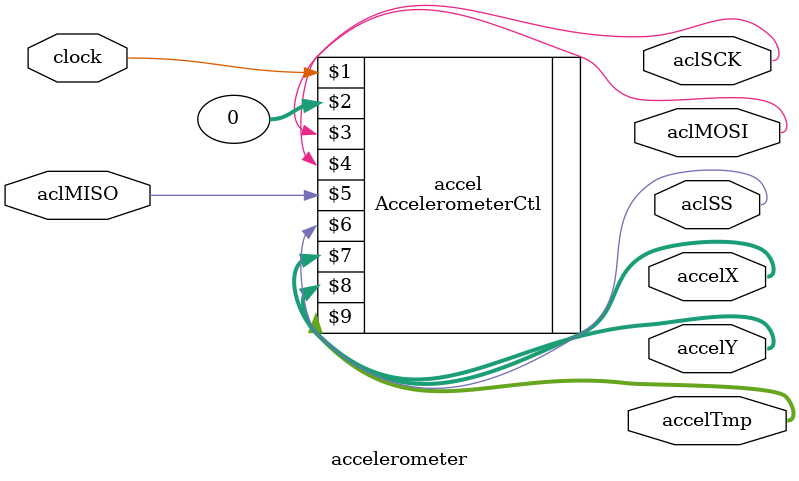
<source format=sv>
`timescale 1ns / 1ps


module accelerometer(
    input wire clock,     //use 100MHz clock
    
    //Accelerometer signals
    output wire aclSCK,
    output wire aclMOSI,
    input wire aclMISO,
    output wire aclSS,
    
    //Accelerometer data
    output wire [8:0] accelX, accelY,
    output wire [11:0] accelTmp
    );
    
    AccelerometerCtl accel(clock, 0, aclSCK, aclMOSI, aclMISO, aclSS, accelX, accelY, accelTmp);
    
endmodule

</source>
